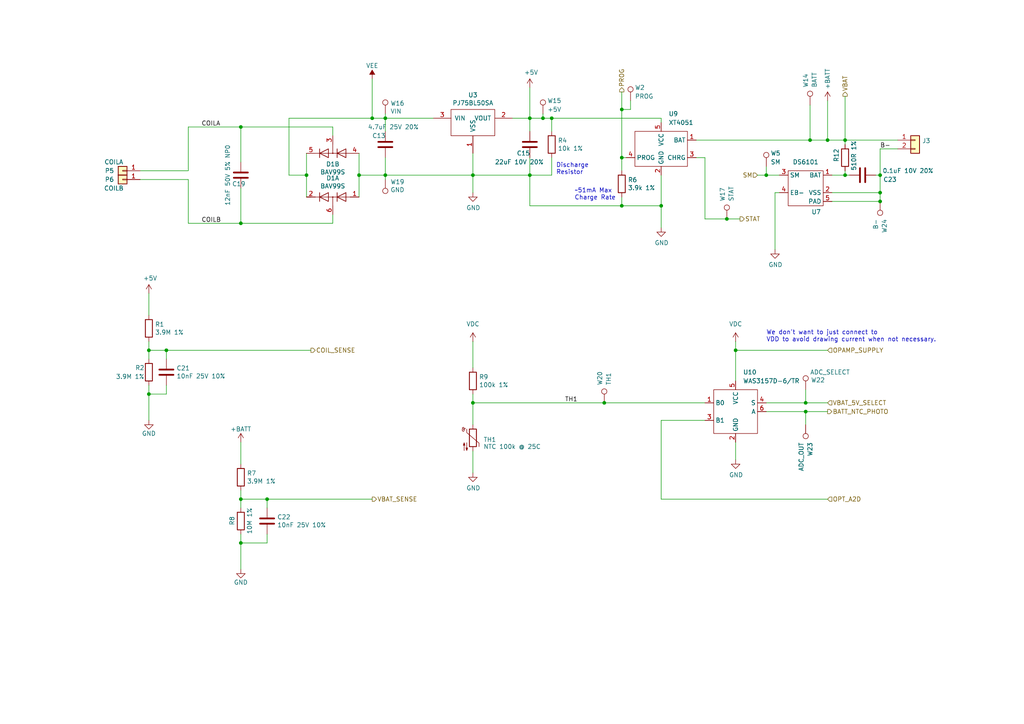
<source format=kicad_sch>
(kicad_sch (version 20250114) (generator "eeschema") (generator_version "9.0")
  (paper "A4")
  (title_block (title "Pixels D6V10 Schematic, Main") (date "2025-10-10") (rev "13") (company "Systemic Games, LLC") (comment 1 "Wireless Charging Circuitry"))
  (lib_symbols
    (symbol "Connector_Generic:Conn_01x01" (pin_names (offset 1.016) (hide yes))
      (property "Reference" "J" (at 0 2.54 0))
      (property "Value" "Conn_01x01" (at 0 -2.54 0))
      (symbol "Conn_01x01_1_1"
        (rectangle (start -1.27 1.27) (end 1.27 -1.27) (stroke (width 0.254)) (fill (type background)))
        (rectangle (start -1.27 0.127) (end 0 -0.127) (stroke (width 0.1524)))
        (pin passive line (at -5.08 0 0) (length 3.81) (name "Pin_1") (number "1"))
      )
    )
    (symbol "Connector_Generic:Conn_01x02" (pin_names (offset 1.016) (hide yes))
      (property "Reference" "J" (at 0 2.54 0))
      (property "Value" "Conn_01x02" (at 0 -5.08 0))
      (symbol "Conn_01x02_1_1"
        (rectangle (start -1.27 1.27) (end 1.27 -3.81) (stroke (width 0.254)) (fill (type background)))
        (rectangle (start -1.27 0.127) (end 0 -0.127) (stroke (width 0.1524)))
        (rectangle (start -1.27 -2.413) (end 0 -2.667) (stroke (width 0.1524)))
        (pin passive line (at -5.08 0 0) (length 3.81) (name "Pin_1") (number "1"))
        (pin passive line (at -5.08 -2.54 0) (length 3.81) (name "Pin_2") (number "2"))
      )
    )
    (symbol "Device:C" (pin_numbers (hide yes)) (pin_names (offset 0.254))
      (property "Reference" "C" (at 0.635 2.54 0))
      (property "Value" "C" (at 0.635 -2.54 0))
      (symbol "C_0_1"
        (polyline (pts (xy -2.032 0.762) (xy 2.032 0.762)) (stroke (width 0.508)))
        (polyline (pts (xy -2.032 -0.762) (xy 2.032 -0.762)) (stroke (width 0.508)))
      )
      (symbol "C_1_1"
        (pin passive line (at 0 3.81 270) (length 2.794) (name "~") (number "1"))
        (pin passive line (at 0 -3.81 90) (length 2.794) (name "~") (number "2"))
      )
    )
    (symbol "Device:R" (pin_numbers (hide yes)) (pin_names (offset 0))
      (property "Reference" "R" (at 2.032 0 90))
      (property "Value" "R" (at 0 0 90))
      (symbol "R_0_1"
        (rectangle (start -1.016 -2.54) (end 1.016 2.54) (stroke (width 0.254)))
      )
      (symbol "R_1_1"
        (pin passive line (at 0 3.81 270) (length 1.27) (name "~") (number "1"))
        (pin passive line (at 0 -3.81 90) (length 1.27) (name "~") (number "2"))
      )
    )
    (symbol "Device:Thermistor_NTC" (pin_numbers (hide yes)) (pin_names (offset 0))
      (property "Reference" "TH" (at -4.445 0 90))
      (property "Value" "Thermistor_NTC" (at 3.175 0 90))
      (symbol "Thermistor_NTC_0_1"
        (arc (start -3.175 2.413) (mid -3.0506 2.3165) (end -3.048 2.159))
        (arc (start -3.048 2.794) (mid -2.9736 2.9736) (end -2.794 3.048))
        (arc (start -2.794 3.048) (mid -2.6144 2.9736) (end -2.54 2.794))
        (arc (start -2.794 2.54) (mid -2.9736 2.6144) (end -3.048 2.794))
        (arc (start -2.794 1.905) (mid -2.9736 1.9794) (end -3.048 2.159))
        (arc (start -2.54 2.159) (mid -2.6144 1.9794) (end -2.794 1.905))
        (arc (start -2.159 2.794) (mid -2.434 2.5608) (end -2.794 2.54))
        (polyline (pts (xy -2.54 2.159) (xy -2.54 2.794)))
        (polyline (pts (xy -2.54 -3.683) (xy -2.54 -1.397) (xy -2.794 -2.159) (xy -2.286 -2.159) (xy -2.54 -1.397) (xy -2.54 -1.651)) (fill (type outline)))
        (polyline (pts (xy -1.778 2.54) (xy -1.778 1.524) (xy 1.778 -1.524) (xy 1.778 -2.54)))
        (polyline (pts (xy -1.778 -1.397) (xy -1.778 -3.683) (xy -2.032 -2.921) (xy -1.524 -2.921) (xy -1.778 -3.683) (xy -1.778 -3.429)) (fill (type outline)))
        (rectangle (start -1.016 2.54) (end 1.016 -2.54) (stroke (width 0.254)))
      )
      (symbol "Thermistor_NTC_1_1"
        (pin passive line (at 0 3.81 270) (length 1.27) (name "~") (number "1"))
        (pin passive line (at 0 -3.81 90) (length 1.27) (name "~") (number "2"))
      )
    )
    (symbol "Pixels-dice:BAV99S-diode" (pin_names (offset 0.0254) (hide yes))
      (property "Reference" "D" (at 0 2.54 0))
      (property "Value" "BAV99S-diode" (at 0 5.08 0))
      (symbol "BAV99S-diode_0_1"
        (polyline (pts (xy -5.08 0) (xy 5.08 0)))
        (polyline (pts (xy -3.81 1.27) (xy -1.27 0) (xy -3.81 -1.27) (xy -3.81 1.27) (xy -3.81 1.27) (xy -3.81 1.27)) (stroke (width 0.2032)))
        (polyline (pts (xy -1.27 -1.27) (xy -1.27 1.27) (xy -1.27 1.27)) (stroke (width 0.2032)))
        (polyline (pts (xy 0 0) (xy 0 -2.54)))
        (circle (center 0 0) (radius 0.127))
        (polyline (pts (xy 1.27 1.27) (xy 3.81 0) (xy 1.27 -1.27) (xy 1.27 1.27) (xy 1.27 1.27) (xy 1.27 1.27)) (stroke (width 0.2032)))
        (polyline (pts (xy 3.81 1.27) (xy 3.81 -1.27) (xy 3.81 -1.27)) (stroke (width 0.2032)))
      )
      (symbol "BAV99S-diode_1_1"
        (polyline (pts (xy 6.35 0) (xy 7.62 0)))
        (pin passive line (at -7.62 0 0) (length 2.54) (name "A1") (number "1"))
        (pin passive line (at 0 -5.08 90) (length 2.54) (name "K3A4") (number "6"))
        (pin passive line (at 7.62 0 180) (length 2.54) (name "K2") (number "2"))
      )
      (symbol "BAV99S-diode_2_1"
        (polyline (pts (xy 6.35 0) (xy 7.62 0)))
        (pin passive line (at -7.62 0 0) (length 2.54) (name "A3") (number "4"))
        (pin passive line (at 0 -5.08 90) (length 2.54) (name "K1A2") (number "3"))
        (pin passive line (at 7.62 0 180) (length 2.54) (name "K4") (number "5"))
      )
    )
    (symbol "Pixels-dice:DS6101"
      (property "Reference" "U" (at 3.556 -6.35 0))
      (property "Value" "DS6101" (at 0 0 0))
      (symbol "DS6101_0_1"
        (rectangle (start -5.08 5.08) (end 5.08 -5.08))
      )
      (symbol "DS6101_1_1"
        (pin input line (at -7.62 3.81 0) (length 2.54) (name "SM") (number "3"))
        (pin input line (at -7.62 -1.27 0) (length 2.54) (name "EB-") (number "4"))
        (pin power_in line (at 7.62 3.81 180) (length 2.54) (name "BAT") (number "1"))
        (pin power_in line (at 7.62 -1.27 180) (length 2.54) (name "VSS") (number "2"))
        (pin free line (at 7.62 -3.81 180) (length 2.54) (name "PAD") (number "5"))
      )
    )
    (symbol "Pixels-dice:HX6306P502MR" (pin_names (offset 1.016))
      (property "Reference" "U" (at 3.81 -6.35 0))
      (property "Value" "HX6306P502MR" (at 0 3.81 0))
      (symbol "HX6306P502MR_0_1"
        (rectangle (start -6.35 2.54) (end 6.35 -5.08))
      )
      (symbol "HX6306P502MR_1_1"
        (pin power_in line (at -11.43 0 0) (length 5.08) (name "VIN") (number "3"))
        (pin power_in line (at 0 -10.16 90) (length 5.08) (name "VSS") (number "1"))
        (pin power_out line (at 11.43 0 180) (length 5.08) (name "VOUT") (number "2"))
      )
    )
    (symbol "Pixels-dice:TEST_1P-conn" (pin_numbers (hide yes)) (pin_names (offset 0.762) (hide yes))
      (property "Reference" "W" (at 0 6.858 0))
      (property "Value" "TEST_1P-conn" (at 0 5.08 0))
      (symbol "TEST_1P-conn_0_1"
        (circle (center 0 3.302) (radius 0.762))
      )
      (symbol "TEST_1P-conn_1_1"
        (pin passive line (at 0 0 90) (length 2.54) (name "1") (number "1"))
      )
    )
    (symbol "Pixels-dice:WAS3157D-6/TR"
      (property "Reference" "U" (at 3.81 -7.874 0))
      (property "Value" "WAS3157D-6/TR" (at 12.954 7.62 0))
      (symbol "WAS3157D-6/TR_0_1"
        (rectangle (start -6.35 6.35) (end 6.35 -6.35))
      )
      (symbol "WAS3157D-6/TR_1_1"
        (pin bidirectional line (at -8.89 2.54 0) (length 2.54) (name "B0") (number "1"))
        (pin bidirectional line (at -8.89 -2.54 0) (length 2.54) (name "B1") (number "3"))
        (pin power_in line (at 0 8.89 270) (length 2.54) (name "VCC") (number "5"))
        (pin power_in line (at 0 -8.89 90) (length 2.54) (name "GND") (number "2"))
        (pin input line (at 8.89 2.54 180) (length 2.54) (name "S") (number "4"))
        (pin bidirectional line (at 8.89 0 180) (length 2.54) (name "A") (number "6"))
      )
    )
    (symbol "Pixels-dice:XT4051"
      (property "Reference" "U" (at 5.334 -6.35 0))
      (property "Value" "XT4051" (at 0 1.27 0))
      (symbol "XT4051_0_1"
        (rectangle (start -7.62 5.08) (end 7.62 -5.08))
      )
      (symbol "XT4051_1_1"
        (pin input line (at -10.16 -2.54 0) (length 2.54) (name "PROG") (number "4"))
        (pin power_in line (at 0 7.62 270) (length 2.54) (name "VCC") (number "5"))
        (pin power_in line (at 0 -7.62 90) (length 2.54) (name "GND") (number "2"))
        (pin power_out line (at 10.16 2.54 180) (length 2.54) (name "BAT") (number "1"))
        (pin output line (at 10.16 -2.54 180) (length 2.54) (name "CHRG") (number "3"))
      )
    )
    (symbol "power:+5V" (power) (pin_names (offset 0))
      (property "Value" "+5V" (at 0 3.556 0))
      (symbol "+5V_0_1"
        (polyline (pts (xy -0.762 1.27) (xy 0 2.54)))
        (polyline (pts (xy 0 2.54) (xy 0.762 1.27)))
        (polyline (pts (xy 0 0) (xy 0 2.54)))
      )
      (symbol "+5V_1_1"
        (pin power_in line (at 0 0 90) (length 0) (hide yes) (name "+5V") (number "1"))
      )
    )
    (symbol "power:+BATT" (power) (pin_names (offset 0))
      (property "Value" "+BATT" (at 0 3.556 0))
      (symbol "+BATT_0_1"
        (polyline (pts (xy -0.762 1.27) (xy 0 2.54)))
        (polyline (pts (xy 0 2.54) (xy 0.762 1.27)))
        (polyline (pts (xy 0 0) (xy 0 2.54)))
      )
      (symbol "+BATT_1_1"
        (pin power_in line (at 0 0 90) (length 0) (hide yes) (name "+BATT") (number "1"))
      )
    )
    (symbol "power:GND" (power) (pin_names (offset 0))
      (property "Value" "GND" (at 0 -3.81 0))
      (symbol "GND_0_1"
        (polyline (pts (xy 0 0) (xy 0 -1.27) (xy 1.27 -1.27) (xy 0 -2.54) (xy -1.27 -1.27) (xy 0 -1.27)))
      )
      (symbol "GND_1_1"
        (pin power_in line (at 0 0 270) (length 0) (hide yes) (name "GND") (number "1"))
      )
    )
    (symbol "power:VDC" (power) (pin_numbers (hide yes)) (pin_names (offset 0) (hide yes))
      (property "Value" "VDC" (at 0 3.556 0))
      (symbol "VDC_0_1"
        (polyline (pts (xy -0.762 1.27) (xy 0 2.54)))
        (polyline (pts (xy 0 2.54) (xy 0.762 1.27)))
        (polyline (pts (xy 0 0) (xy 0 2.54)))
      )
      (symbol "VDC_1_1"
        (pin power_in line (at 0 0 90) (length 0) (name "~") (number "1"))
      )
    )
    (symbol "power:VEE" (power) (pin_names (offset 0))
      (property "Value" "VEE" (at 0 3.81 0))
      (symbol "VEE_0_1"
        (polyline (pts (xy 0 0) (xy 0 2.54)))
        (polyline (pts (xy 0.762 1.27) (xy -0.762 1.27) (xy 0 2.54) (xy 0.762 1.27)) (fill (type outline)))
      )
      (symbol "VEE_1_1"
        (pin power_in line (at 0 0 90) (length 0) (hide yes) (name "VEE") (number "1"))
      )
    )
  )
  (text "We don't want to just connect to\nVDD to avoid drawing current when not necessary." (at 222.25 99.314 0) (effects (font (size 1.27 1.27)) (justify left bottom)))
  (text "~51mA Max\nCharge Rate" (at 166.624 58.166 0) (effects (font (size 1.27 1.27)) (justify left bottom)))
  (text "Discharge\nResistor" (at 161.29 50.8 0) (effects (font (size 1.27 1.27)) (justify left bottom)))
  (junction (at 245.11 50.8))
  (junction (at 88.9 50.8))
  (junction (at 180.34 59.69))
  (junction (at 245.11 40.64))
  (junction (at 43.18 101.6))
  (junction (at 43.18 114.3))
  (junction (at 191.77 59.69))
  (junction (at 77.47 144.78))
  (junction (at 160.02 34.29))
  (junction (at 153.67 50.8))
  (junction (at 240.03 40.64))
  (junction (at 137.16 50.8))
  (junction (at 111.76 50.8))
  (junction (at 69.85 36.83))
  (junction (at 180.34 31.75))
  (junction (at 137.16 116.84))
  (junction (at 175.26 116.84))
  (junction (at 111.76 34.29))
  (junction (at 222.25 50.8))
  (junction (at 180.34 45.72))
  (junction (at 233.68 119.38))
  (junction (at 233.68 116.84))
  (junction (at 69.85 157.48))
  (junction (at 48.26 101.6))
  (junction (at 234.95 40.64))
  (junction (at 255.27 58.42))
  (junction (at 153.67 34.29))
  (junction (at 69.85 64.77))
  (junction (at 213.36 101.6))
  (junction (at 157.48 34.29))
  (junction (at 69.85 144.78))
  (junction (at 104.14 50.8))
  (junction (at 210.82 63.5))
  (junction (at 107.95 34.29))
  (junction (at 255.27 50.8))
  (junction (at 255.27 55.88))
  (wire (pts (xy 160.02 45.72) (xy 160.02 50.8)))
  (wire (pts (xy 153.67 59.69) (xy 180.34 59.69)))
  (wire (pts (xy 213.36 101.6) (xy 213.36 110.49)))
  (wire (pts (xy 233.68 119.38) (xy 240.03 119.38)))
  (wire (pts (xy 69.85 64.77) (xy 54.61 64.77)))
  (wire (pts (xy 234.95 40.64) (xy 240.03 40.64)))
  (wire (pts (xy 77.47 157.48) (xy 69.85 157.48)))
  (wire (pts (xy 43.18 111.76) (xy 43.18 114.3)))
  (wire (pts (xy 191.77 144.78) (xy 240.03 144.78)))
  (wire (pts (xy 153.67 50.8) (xy 153.67 59.69)))
  (wire (pts (xy 222.25 116.84) (xy 233.68 116.84)))
  (wire (pts (xy 111.76 34.29) (xy 125.73 34.29)))
  (wire (pts (xy 157.48 33.02) (xy 157.48 34.29)))
  (wire (pts (xy 204.47 63.5) (xy 210.82 63.5)))
  (wire (pts (xy 43.18 91.44) (xy 43.18 85.09)))
  (wire (pts (xy 69.85 36.83) (xy 54.61 36.83)))
  (wire (pts (xy 160.02 34.29) (xy 160.02 38.1)))
  (wire (pts (xy 245.11 27.94) (xy 245.11 40.64)))
  (wire (pts (xy 153.67 25.4) (xy 153.67 34.29)))
  (wire (pts (xy 245.11 40.64) (xy 240.03 40.64)))
  (wire (pts (xy 54.61 64.77) (xy 54.61 52.07)))
  (wire (pts (xy 180.34 59.69) (xy 191.77 59.69)))
  (wire (pts (xy 88.9 44.45) (xy 88.9 50.8)))
  (wire (pts (xy 153.67 50.8) (xy 153.67 45.72)))
  (wire (pts (xy 40.64 49.53) (xy 54.61 49.53)))
  (wire (pts (xy 234.95 30.48) (xy 234.95 40.64)))
  (wire (pts (xy 204.47 45.72) (xy 204.47 63.5)))
  (wire (pts (xy 43.18 99.06) (xy 43.18 101.6)))
  (wire (pts (xy 43.18 114.3) (xy 43.18 121.92)))
  (wire (pts (xy 255.27 43.18) (xy 260.35 43.18)))
  (wire (pts (xy 222.25 50.8) (xy 226.06 50.8)))
  (wire (pts (xy 43.18 104.14) (xy 43.18 101.6)))
  (wire (pts (xy 137.16 99.06) (xy 137.16 106.68)))
  (wire (pts (xy 54.61 36.83) (xy 54.61 49.53)))
  (wire (pts (xy 88.9 50.8) (xy 88.9 57.15)))
  (wire (pts (xy 157.48 34.29) (xy 160.02 34.29)))
  (wire (pts (xy 104.14 44.45) (xy 104.14 50.8)))
  (wire (pts (xy 137.16 50.8) (xy 153.67 50.8)))
  (wire (pts (xy 104.14 50.8) (xy 104.14 57.15)))
  (wire (pts (xy 160.02 34.29) (xy 191.77 34.29)))
  (wire (pts (xy 111.76 33.02) (xy 111.76 34.29)))
  (wire (pts (xy 77.47 144.78) (xy 69.85 144.78)))
  (wire (pts (xy 240.03 101.6) (xy 213.36 101.6)))
  (wire (pts (xy 182.88 31.75) (xy 180.34 31.75)))
  (wire (pts (xy 77.47 154.94) (xy 77.47 157.48)))
  (wire (pts (xy 48.26 111.76) (xy 48.26 114.3)))
  (wire (pts (xy 137.16 116.84) (xy 175.26 116.84)))
  (wire (pts (xy 222.25 119.38) (xy 233.68 119.38)))
  (wire (pts (xy 233.68 119.38) (xy 233.68 123.19)))
  (wire (pts (xy 241.3 58.42) (xy 255.27 58.42)))
  (wire (pts (xy 43.18 101.6) (xy 48.26 101.6)))
  (wire (pts (xy 255.27 55.88) (xy 241.3 55.88)))
  (wire (pts (xy 255.27 50.8) (xy 255.27 55.88)))
  (wire (pts (xy 137.16 114.3) (xy 137.16 116.84)))
  (wire (pts (xy 224.79 55.88) (xy 226.06 55.88)))
  (wire (pts (xy 245.11 50.8) (xy 241.3 50.8)))
  (wire (pts (xy 222.25 48.26) (xy 222.25 50.8)))
  (wire (pts (xy 96.52 62.23) (xy 96.52 64.77)))
  (wire (pts (xy 255.27 58.42) (xy 255.27 55.88)))
  (wire (pts (xy 111.76 34.29) (xy 111.76 38.1)))
  (wire (pts (xy 182.88 29.21) (xy 182.88 31.75)))
  (wire (pts (xy 137.16 50.8) (xy 137.16 55.88)))
  (wire (pts (xy 204.47 45.72) (xy 201.93 45.72)))
  (wire (pts (xy 233.68 116.84) (xy 240.03 116.84)))
  (wire (pts (xy 148.59 34.29) (xy 153.67 34.29)))
  (wire (pts (xy 137.16 130.81) (xy 137.16 137.16)))
  (wire (pts (xy 213.36 99.06) (xy 213.36 101.6)))
  (wire (pts (xy 180.34 31.75) (xy 180.34 45.72)))
  (wire (pts (xy 69.85 144.78) (xy 69.85 147.32)))
  (wire (pts (xy 245.11 40.64) (xy 245.11 41.91)))
  (wire (pts (xy 69.85 128.27) (xy 69.85 134.62)))
  (wire (pts (xy 69.85 154.94) (xy 69.85 157.48)))
  (wire (pts (xy 77.47 144.78) (xy 107.95 144.78)))
  (wire (pts (xy 175.26 116.84) (xy 204.47 116.84)))
  (wire (pts (xy 40.64 52.07) (xy 54.61 52.07)))
  (wire (pts (xy 240.03 29.21) (xy 240.03 40.64)))
  (wire (pts (xy 48.26 101.6) (xy 90.17 101.6)))
  (wire (pts (xy 69.85 54.61) (xy 69.85 64.77)))
  (wire (pts (xy 224.79 55.88) (xy 224.79 72.39)))
  (wire (pts (xy 111.76 50.8) (xy 104.14 50.8)))
  (wire (pts (xy 219.71 50.8) (xy 222.25 50.8)))
  (wire (pts (xy 191.77 35.56) (xy 191.77 34.29)))
  (wire (pts (xy 48.26 104.14) (xy 48.26 101.6)))
  (wire (pts (xy 191.77 50.8) (xy 191.77 59.69)))
  (wire (pts (xy 180.34 26.67) (xy 180.34 31.75)))
  (wire (pts (xy 213.36 128.27) (xy 213.36 133.35)))
  (wire (pts (xy 233.68 113.03) (xy 233.68 116.84)))
  (wire (pts (xy 210.82 63.5) (xy 214.63 63.5)))
  (wire (pts (xy 153.67 34.29) (xy 153.67 38.1)))
  (wire (pts (xy 83.82 34.29) (xy 107.95 34.29)))
  (wire (pts (xy 137.16 44.45) (xy 137.16 50.8)))
  (wire (pts (xy 255.27 43.18) (xy 255.27 50.8)))
  (wire (pts (xy 69.85 36.83) (xy 96.52 36.83)))
  (wire (pts (xy 88.9 50.8) (xy 83.82 50.8)))
  (wire (pts (xy 77.47 144.78) (xy 77.47 147.32)))
  (wire (pts (xy 48.26 114.3) (xy 43.18 114.3)))
  (wire (pts (xy 181.61 45.72) (xy 180.34 45.72)))
  (wire (pts (xy 245.11 49.53) (xy 245.11 50.8)))
  (wire (pts (xy 111.76 52.07) (xy 111.76 50.8)))
  (wire (pts (xy 160.02 50.8) (xy 153.67 50.8)))
  (wire (pts (xy 69.85 142.24) (xy 69.85 144.78)))
  (wire (pts (xy 254 50.8) (xy 255.27 50.8)))
  (wire (pts (xy 153.67 34.29) (xy 157.48 34.29)))
  (wire (pts (xy 245.11 40.64) (xy 260.35 40.64)))
  (wire (pts (xy 191.77 144.78) (xy 191.77 121.92)))
  (wire (pts (xy 201.93 40.64) (xy 234.95 40.64)))
  (wire (pts (xy 83.82 50.8) (xy 83.82 34.29)))
  (wire (pts (xy 180.34 57.15) (xy 180.34 59.69)))
  (wire (pts (xy 69.85 157.48) (xy 69.85 165.1)))
  (wire (pts (xy 107.95 22.86) (xy 107.95 34.29)))
  (wire (pts (xy 111.76 45.72) (xy 111.76 50.8)))
  (wire (pts (xy 191.77 121.92) (xy 204.47 121.92)))
  (wire (pts (xy 111.76 50.8) (xy 137.16 50.8)))
  (wire (pts (xy 96.52 39.37) (xy 96.52 36.83)))
  (wire (pts (xy 180.34 45.72) (xy 180.34 49.53)))
  (wire (pts (xy 69.85 46.99) (xy 69.85 36.83)))
  (wire (pts (xy 191.77 59.69) (xy 191.77 66.04)))
  (wire (pts (xy 107.95 34.29) (xy 111.76 34.29)))
  (wire (pts (xy 245.11 50.8) (xy 246.38 50.8)))
  (wire (pts (xy 137.16 116.84) (xy 137.16 123.19)))
  (wire (pts (xy 69.85 64.77) (xy 96.52 64.77)))
  (label "COILB" (at 58.42 64.77 0))
  (label "B-" (at 255.27 43.18 0))
  (label "TH1" (at 163.83 116.84 0))
  (label "COILA" (at 58.42 36.83 0))
  (hierarchical_label "SM" (shape input) (at 219.71 50.8 180))
  (hierarchical_label "PROG" (shape output) (at 180.34 26.67 90))
  (hierarchical_label "VBAT_5V_SELECT" (shape input) (at 240.03 116.84 0))
  (hierarchical_label "VBAT" (shape output) (at 245.11 27.94 90))
  (hierarchical_label "OPT_A2D" (shape input) (at 240.03 144.78 0))
  (hierarchical_label "VBAT_SENSE" (shape output) (at 107.95 144.78 0))
  (hierarchical_label "COIL_SENSE" (shape output) (at 90.17 101.6 0))
  (hierarchical_label "STAT" (shape output) (at 214.63 63.5 0))
  (hierarchical_label "BATT_NTC_PHOTO" (shape output) (at 240.03 119.38 0))
  (hierarchical_label "OPAMP_SUPPLY" (shape input) (at 240.03 101.6 0))
  (symbol (lib_id "power:GND") (at 224.79 72.39 0) (unit 1)
    (property "Reference" "#PWR052" (effects (hide yes)))
    (property "Value" "GND" (at 224.917 76.7842 0))
  )
  (symbol (lib_id "Pixels-dice:TEST_1P-conn") (at 233.68 123.19 180) (unit 1) (in_bom no)
    (property "Reference" "W23" (at 234.95 128.27 90) (effects (justify left)))
    (property "Value" "ADC_OUT" (at 232.41 128.27 90) (effects (justify left)))
    (property "Footprint" "Pixels-dice:TEST_PIN" (effects (hide yes)))
    (property "Generic OK" "N/A" (effects (hide yes)))
  )
  (symbol (lib_id "Device:C") (at 111.76 41.91 0) (unit 1)
    (property "Reference" "C13" (at 107.95 39.37 0) (effects (justify left)))
    (property "Value" "4.7uF 25V 20%" (at 106.68 36.83 0) (effects (justify left)))
    (property "Footprint" "Capacitor_SMD:C_0402_1005Metric" (effects (hide yes)))
    (property "Generic OK" "YES" (effects (hide yes)))
    (property "Manufacturer" "HRE" (effects (hide yes)))
    (property "Part Number" "CGA0402X5R475M250GT" (effects (hide yes)))
    (property "LCSC Part #" "C6119795" (effects (hide yes)))
  )
  (symbol (lib_id "Device:R") (at 137.16 110.49 0) (unit 1)
    (property "Reference" "R9" (at 138.938 109.3216 0) (effects (justify left)))
    (property "Value" "100k 1%" (at 138.938 111.633 0) (effects (justify left)))
    (property "Footprint" "Resistor_SMD:R_0201_0603Metric" (effects (hide yes)))
    (property "Generic OK" "YES" (effects (hide yes)))
    (property "Manufacturer" "UNI-ROYAL(Uniroyal Elec)" (effects (hide yes)))
    (property "Part Number" "0201WMF1003TEE" (effects (hide yes)))
    (property "LCSC Part #" "C270364" (effects (hide yes)))
  )
  (symbol (lib_id "Pixels-dice:TEST_1P-conn") (at 111.76 33.02 0) (unit 1) (in_bom no)
    (property "Reference" "W16" (at 113.2332 29.972 0) (effects (justify left)))
    (property "Value" "VIN" (at 113.2332 32.2834 0) (effects (justify left)))
    (property "Footprint" "Pixels-dice:TEST_PIN" (effects (hide yes)))
    (property "Generic OK" "N/A" (effects (hide yes)))
  )
  (symbol (lib_id "Device:R") (at 160.02 41.91 0) (unit 1)
    (property "Reference" "R4" (at 161.798 40.7416 0) (effects (justify left)))
    (property "Value" "10k 1%" (at 161.798 43.053 0) (effects (justify left)))
    (property "Footprint" "Resistor_SMD:R_0201_0603Metric" (effects (hide yes)))
    (property "Generic OK" "YES" (effects (hide yes)))
    (property "Manufacturer" "UNI-ROYAL(Uniroyal Elec)" (effects (hide yes)))
    (property "Part Number" "0201WMF1002TEE" (effects (hide yes)))
    (property "LCSC Part #" "C473048" (effects (hide yes)))
  )
  (symbol (lib_id "Device:Thermistor_NTC") (at 137.16 127 0) (unit 1)
    (property "Reference" "TH1" (at 140.208 127.508 0) (effects (justify left)))
    (property "Value" "NTC 100k @ 25C" (at 140.208 129.54 0) (effects (justify left)))
    (property "Footprint" "Pixels-dice:R_0402_1005Metric" (effects (hide yes)))
    (property "Generic OK" "NO" (effects (hide yes)))
    (property "Manufacturer" "TDK" (effects (hide yes)))
    (property "Part Number" "NTCG104EF104FT1X" (effects (hide yes)))
    (property "LCSC Part #" "C107344" (effects (hide yes)))
  )
  (symbol (lib_id "power:VEE") (at 107.95 22.86 0) (unit 1)
    (property "Reference" "#PWR032" (effects (hide yes)))
    (property "Value" "VEE" (at 107.95 19.05 0))
  )
  (symbol (lib_id "power:+5V") (at 43.18 85.09 0) (unit 1)
    (property "Reference" "#PWR057" (effects (hide yes)))
    (property "Value" "+5V" (at 43.561 80.6958 0))
  )
  (symbol (lib_id "Device:C") (at 69.85 50.8 0) (unit 1)
    (property "Reference" "C19" (at 67.31 53.34 0) (effects (justify left)))
    (property "Value" "12nF 50V 5% NP0" (at 66.04 59.69 90) (effects (justify left)))
    (property "Footprint" "Capacitor_SMD:C_0805_2012Metric" (effects (hide yes)))
    (property "Generic OK" "NO" (effects (hide yes)))
    (property "Manufacturer" "Murata" (effects (hide yes)))
    (property "Part Number" "GRM2195C1H123JA01D" (effects (hide yes)))
    (property "LCSC Part #" "C97906" (effects (hide yes)))
  )
  (symbol (lib_id "Device:C") (at 250.19 50.8 90) (unit 1)
    (property "Reference" "C23" (at 260.096 52.07 90) (effects (justify left)))
    (property "Value" "0.1uF 10V 20%" (at 270.764 49.53 90) (effects (justify left)))
    (property "Footprint" "Capacitor_SMD:C_0201_0603Metric" (effects (hide yes)))
    (property "Generic OK" "YES" (effects (hide yes)))
    (property "Manufacturer" "HRE" (effects (hide yes)))
    (property "Part Number" "CGA0201X5R104K100ET" (effects (hide yes)))
    (property "LCSC Part #" "C6119757" (effects (hide yes)))
  )
  (symbol (lib_id "Device:R") (at 180.34 53.34 0) (unit 1)
    (property "Reference" "R6" (at 182.118 52.1716 0) (effects (justify left)))
    (property "Value" "3.9k 1%" (at 182.118 54.483 0) (effects (justify left)))
    (property "Footprint" "Resistor_SMD:R_0201_0603Metric" (effects (hide yes)))
    (property "Generic OK" "YES" (effects (hide yes)))
    (property "Manufacturer" "UNI-ROYAL(Uniroyal Elec)" (effects (hide yes)))
    (property "Part Number" "0201WMF3651TEE" (effects (hide yes)))
    (property "LCSC Part #" "C516477" (effects (hide yes)))
  )
  (symbol (lib_id "Pixels-dice:TEST_1P-conn") (at 255.27 58.42 180) (unit 1) (in_bom no)
    (property "Reference" "W24" (at 256.54 63.5 90) (effects (justify left)))
    (property "Value" "B-" (at 254 63.5 90) (effects (justify left)))
    (property "Footprint" "Pixels-dice:TEST_PIN" (effects (hide yes)))
    (property "Generic OK" "N/A" (effects (hide yes)))
  )
  (symbol (lib_id "Device:R") (at 69.85 138.43 0) (unit 1)
    (property "Reference" "R7" (at 71.628 137.2616 0) (effects (justify left)))
    (property "Value" "3.9M 1%" (at 71.628 139.573 0) (effects (justify left)))
    (property "Footprint" "Resistor_SMD:R_0201_0603Metric" (effects (hide yes)))
    (property "Generic OK" "YES" (effects (hide yes)))
    (property "Manufacturer" "UNI-ROYAL(Uniroyal Elec)" (effects (hide yes)))
    (property "Part Number" "0201WMF3904TEE" (effects (hide yes)))
    (property "Alternate Manufacturer" "RALEC" (effects (hide yes)))
    (property "Alternate PN" "RTT013904FTH" (effects (hide yes)))
    (property "Alternate LCSC Part #" "C166210" (effects (hide yes)))
    (property "LCSC Part #" "C423545" (effects (hide yes)))
  )
  (symbol (lib_id "power:+BATT") (at 69.85 128.27 0) (unit 1)
    (property "Reference" "#PWR058" (effects (hide yes)))
    (property "Value" "+BATT" (at 69.85 124.46 0))
  )
  (symbol (lib_id "Device:R") (at 69.85 151.13 0) (unit 1)
    (property "Reference" "R8" (at 67.31 152.4 90) (effects (justify left)))
    (property "Value" "10M 1%" (at 72.39 154.94 90) (effects (justify left)))
    (property "Footprint" "Resistor_SMD:R_0201_0603Metric" (effects (hide yes)))
    (property "Generic OK" "YES" (effects (hide yes)))
    (property "Manufacturer" "UNI-ROYAL(Uniroyal Elec)" (effects (hide yes)))
    (property "Part Number" "0201WMF1005TEE" (effects (hide yes)))
    (property "LCSC Part #" "C423797" (effects (hide yes)))
  )
  (symbol (lib_id "power:VDC") (at 213.36 99.06 0) (unit 1)
    (property "Reference" "#PWR013" (effects (hide yes)))
    (property "Value" "VDC" (at 213.36 93.98 0))
    (property "Description" "Power symbol creates a global label with name \"VDC\"" (effects (hide yes)))
  )
  (symbol (lib_id "Pixels-dice:HX6306P502MR") (at 137.16 34.29 0) (unit 1)
    (property "Reference" "U3" (at 137.16 27.559 0))
    (property "Value" "PJ75BL50SA" (at 137.16 29.8704 0))
    (property "Footprint" "Pixels-dice:SOT-23" (effects (hide yes)))
    (property "Manufacturer" "PJSEMI" (effects (hide yes)))
    (property "Manufacturer Part Number" "PJ75BL50SA" (effects (hide yes)))
    (property "Generic OK" "NO" (effects (hide yes)))
  )
  (symbol (lib_id "Device:R") (at 43.18 95.25 0) (unit 1)
    (property "Reference" "R1" (at 44.958 94.0816 0) (effects (justify left)))
    (property "Value" "3.9M 1%" (at 44.958 96.393 0) (effects (justify left)))
    (property "Footprint" "Resistor_SMD:R_0201_0603Metric" (effects (hide yes)))
    (property "Generic OK" "YES" (effects (hide yes)))
    (property "Manufacturer" "UNI-ROYAL(Uniroyal Elec)" (effects (hide yes)))
    (property "Part Number" "0201WMF3904TEE" (effects (hide yes)))
    (property "Alternate Manufacturer" "RALEC" (effects (hide yes)))
    (property "Alternate PN" "RTT013904FTH" (effects (hide yes)))
    (property "Alternate LCSC Part #" "C166210" (effects (hide yes)))
    (property "LCSC Part #" "C423545" (effects (hide yes)))
  )
  (symbol (lib_id "Device:R") (at 43.18 107.95 180) (unit 1)
    (property "Reference" "R2" (at 41.91 106.68 0) (effects (justify left)))
    (property "Value" "3.9M 1%" (at 41.91 109.22 0) (effects (justify left)))
    (property "Footprint" "Resistor_SMD:R_0201_0603Metric" (effects (hide yes)))
    (property "Generic OK" "YES" (effects (hide yes)))
    (property "Manufacturer" "UNI-ROYAL(Uniroyal Elec)" (effects (hide yes)))
    (property "Part Number" "0201WMF3904TEE" (effects (hide yes)))
    (property "Alternate Manufacturer" "RALEC" (effects (hide yes)))
    (property "Alternate PN" "RTT013904FTH" (effects (hide yes)))
    (property "Alternate LCSC Part #" "C166210" (effects (hide yes)))
    (property "LCSC Part #" "C423545" (effects (hide yes)))
  )
  (symbol (lib_id "power:GND") (at 69.85 165.1 0) (unit 1)
    (property "Reference" "#PWR060" (effects (hide yes)))
    (property "Value" "GND" (at 69.85 168.91 0))
  )
  (symbol (lib_id "power:+5V") (at 153.67 25.4 0) (unit 1)
    (property "Reference" "#PWR040" (effects (hide yes)))
    (property "Value" "+5V" (at 154.051 21.0058 0))
  )
  (symbol (lib_id "Device:C") (at 77.47 151.13 0) (unit 1)
    (property "Reference" "C22" (at 80.391 149.9616 0) (effects (justify left)))
    (property "Value" "10nF 25V 10%" (at 80.391 152.273 0) (effects (justify left)))
    (property "Footprint" "Capacitor_SMD:C_0201_0603Metric" (effects (hide yes)))
    (property "Generic OK" "YES" (effects (hide yes)))
    (property "Manufacturer" "HRE" (effects (hide yes)))
    (property "Part Number" "CGA0201X5R103K250ET" (effects (hide yes)))
    (property "Alternate Manufacturer" "Murata Electronics" (effects (hide yes)))
    (property "Alternate PN" "GRM033R71A103KA01D" (effects (hide yes)))
    (property "Alternate LCSC Part #" "C76941" (effects (hide yes)))
    (property "LCSC Part #" "C7503521" (effects (hide yes)))
  )
  (symbol (lib_id "Pixels-dice:TEST_1P-conn") (at 210.82 63.5 0) (unit 1) (in_bom no)
    (property "Reference" "W17" (at 209.55 58.42 90) (effects (justify left)))
    (property "Value" "STAT" (at 212.09 58.42 90) (effects (justify left)))
    (property "Footprint" "Pixels-dice:TEST_PIN" (effects (hide yes)))
    (property "Generic OK" "N/A" (effects (hide yes)))
  )
  (symbol (lib_id "Pixels-dice:TEST_1P-conn") (at 233.68 113.03 0) (unit 1) (in_bom no)
    (property "Reference" "W22" (at 235.204 110.236 0) (effects (justify left)))
    (property "Value" "ADC_SELECT" (at 234.95 107.95 0) (effects (justify left)))
    (property "Footprint" "Pixels-dice:TEST_PIN" (effects (hide yes)))
    (property "Generic OK" "N/A" (effects (hide yes)))
  )
  (symbol (lib_id "Device:R") (at 245.11 45.72 0) (unit 1)
    (property "Reference" "R12" (at 242.57 46.99 90) (effects (justify left)))
    (property "Value" "510R 1%" (at 247.65 49.53 90) (effects (justify left)))
    (property "Footprint" "Resistor_SMD:R_0201_0603Metric" (effects (hide yes)))
    (property "Generic OK" "YES" (effects (hide yes)))
    (property "Manufacturer" "UNI-ROYAL(Uniroyal Elec)" (effects (hide yes)))
    (property "Part Number" "NQ01WMJ0511TEE" (effects (hide yes)))
    (property "LCSC Part #" "C965307" (effects (hide yes)))
  )
  (symbol (lib_id "power:GND") (at 191.77 66.04 0) (unit 1)
    (property "Reference" "#PWR051" (effects (hide yes)))
    (property "Value" "GND" (at 191.897 70.4342 0))
  )
  (symbol (lib_id "power:GND") (at 137.16 55.88 0) (unit 1)
    (property "Reference" "#PWR050" (effects (hide yes)))
    (property "Value" "GND" (at 137.287 60.2742 0))
  )
  (symbol (lib_id "power:+BATT") (at 240.03 29.21 0) (unit 1)
    (property "Reference" "#PWR041" (effects (hide yes)))
    (property "Value" "+BATT" (at 240.03 22.86 90))
  )
  (symbol (lib_id "Connector_Generic:Conn_01x02") (at 265.43 40.64 0) (unit 1) (in_bom no)
    (property "Reference" "J3" (at 267.462 40.8432 0) (effects (justify left)))
    (property "Value" "Conn_01x02" (effects (hide yes)))
    (property "Footprint" "Pixels-dice:Hongjie 10100 Solder Tabs" (effects (hide yes)))
    (property "Generic OK" "N/A" (effects (hide yes)))
  )
  (symbol (lib_id "Pixels-dice:WAS3157D-6/TR") (at 213.36 119.38 0) (unit 1)
    (property "Reference" "U10" (at 215.5033 107.95 0) (effects (justify left)))
    (property "Value" "WAS3157D-6/TR" (at 215.5033 110.49 0) (effects (justify left)))
    (property "Footprint" "Pixels-dice:DFN1109-6" (effects (hide yes)))
    (property "Manufacturer" "WILLSEMI(Will Semicon)" (effects (hide yes)))
    (property "Part Number" "WAS3157D-6/TR" (effects (hide yes)))
    (property "LCSC Part #" "C2939860" (effects (hide yes)))
  )
  (symbol (lib_id "Pixels-dice:XT4051") (at 191.77 43.18 0) (unit 1)
    (property "Reference" "U9" (at 193.9133 33.02 0) (effects (justify left)))
    (property "Value" "XT4051" (at 193.9133 35.56 0) (effects (justify left)))
    (property "Footprint" "Package_TO_SOT_SMD:SOT-553" (effects (hide yes)))
    (property "Manufacturer" "NATLINEAR" (effects (hide yes)))
    (property "Part Number" "XT4051K421KR-G" (effects (hide yes)))
    (property "LCSC Part #" "C219186" (effects (hide yes)))
  )
  (symbol (lib_id "Device:C") (at 153.67 41.91 0) (unit 1)
    (property "Reference" "C15" (at 149.86 44.45 0) (effects (justify left)))
    (property "Value" "22uF 10V 20%" (at 143.51 46.99 0) (effects (justify left)))
    (property "Footprint" "Capacitor_SMD:C_0603_1608Metric" (effects (hide yes)))
    (property "Generic OK" "YES" (effects (hide yes)))
    (property "Manufacturer" "HRE" (effects (hide yes)))
    (property "Part Number" "CGA0603X5R226M100JT" (effects (hide yes)))
    (property "LCSC Part #" "C6119863" (effects (hide yes)))
  )
  (symbol (lib_id "power:VDC") (at 137.16 99.06 0) (unit 1)
    (property "Reference" "#PWR039" (effects (hide yes)))
    (property "Value" "VDC" (at 137.16 93.98 0))
    (property "Description" "Power symbol creates a global label with name \"VDC\"" (effects (hide yes)))
  )
  (symbol (lib_id "Pixels-dice:TEST_1P-conn") (at 111.76 52.07 180) (unit 1) (in_bom no)
    (property "Reference" "W19" (at 113.2332 52.7558 0) (effects (justify right)))
    (property "Value" "GND" (at 113.2332 55.0672 0) (effects (justify right)))
    (property "Footprint" "Pixels-dice:TEST_PIN" (effects (hide yes)))
    (property "Generic OK" "N/A" (effects (hide yes)))
  )
  (symbol (lib_id "Pixels-dice:TEST_1P-conn") (at 234.95 30.48 0) (unit 1) (in_bom no)
    (property "Reference" "W14" (at 233.68 25.4 90) (effects (justify left)))
    (property "Value" "BATT" (at 236.22 25.4 90) (effects (justify left)))
    (property "Footprint" "Pixels-dice:TEST_PIN" (effects (hide yes)))
    (property "Generic OK" "N/A" (effects (hide yes)))
  )
  (symbol (lib_id "Connector_Generic:Conn_01x01") (at 35.56 52.07 180) (unit 1) (in_bom no)
    (property "Reference" "P6" (at 31.75 52.07 0))
    (property "Value" "COILB" (at 33.02 54.61 0))
    (property "Footprint" "Pixels-dice:TestPoint_THTPad_D1.5mm_Drill0.7mm_nosilk" (effects (hide yes)))
    (property "Generic OK" "N/A" (effects (hide yes)))
  )
  (symbol (lib_id "Connector_Generic:Conn_01x01") (at 35.56 49.53 180) (unit 1) (in_bom no)
    (property "Reference" "P5" (at 31.75 49.53 0))
    (property "Value" "COILA" (at 33.02 46.99 0))
    (property "Footprint" "Pixels-dice:TestPoint_THTPad_D1.5mm_Drill0.7mm_nosilk" (effects (hide yes)))
    (property "Generic OK" "N/A" (effects (hide yes)))
  )
  (symbol (lib_id "Pixels-dice:TEST_1P-conn") (at 157.48 33.02 0) (unit 1) (in_bom no)
    (property "Reference" "W15" (at 158.75 29.21 0) (effects (justify left)))
    (property "Value" "+5V" (at 158.75 31.75 0) (effects (justify left)))
    (property "Footprint" "Pixels-dice:TEST_PIN" (effects (hide yes)))
    (property "Generic OK" "N/A" (effects (hide yes)))
  )
  (symbol (lib_id "Pixels-dice:TEST_1P-conn") (at 175.26 116.84 0) (unit 1) (in_bom no)
    (property "Reference" "W20" (at 173.99 111.76 90) (effects (justify left)))
    (property "Value" "TH1" (at 176.53 111.76 90) (effects (justify left)))
    (property "Footprint" "Pixels-dice:TEST_PIN" (effects (hide yes)))
    (property "Generic OK" "N/A" (effects (hide yes)))
  )
  (symbol (lib_id "Pixels-dice:TEST_1P-conn") (at 222.25 48.26 0) (unit 1) (in_bom no)
    (property "Reference" "W5" (at 223.52 44.45 0) (effects (justify left)))
    (property "Value" "SM" (at 223.52 46.99 0) (effects (justify left)))
    (property "Footprint" "Pixels-dice:TEST_PIN" (effects (hide yes)))
    (property "Generic OK" "N/A" (effects (hide yes)))
  )
  (symbol (lib_id "Pixels-dice:DS6101") (at 233.68 54.61 0) (unit 1)
    (property "Reference" "U7" (at 236.728 61.468 0))
    (property "Value" "DS6101" (at 233.68 46.99 0))
    (property "Footprint" "Package_DFN_QFN:UDFN-4-1EP_1x1mm_P0.65mm_EP0.48x0.48mm" (effects (hide yes)))
    (property "Manufacturer" "DSTECH" (effects (hide yes)))
    (property "Part Number" " DS6101AED4" (effects (hide yes)))
    (property "LCSC Part #" "C7499469" (effects (hide yes)))
  )
  (symbol (lib_id "Pixels-dice:TEST_1P-conn") (at 182.88 29.21 0) (unit 1) (in_bom no)
    (property "Reference" "W2" (at 184.15 25.4 0) (effects (justify left)))
    (property "Value" "PROG" (at 184.15 27.94 0) (effects (justify left)))
    (property "Footprint" "Pixels-dice:TEST_PIN" (effects (hide yes)))
    (property "Generic OK" "N/A" (effects (hide yes)))
  )
  (symbol (lib_id "power:GND") (at 137.16 137.16 0) (unit 1)
    (property "Reference" "#PWR022" (effects (hide yes)))
    (property "Value" "GND" (at 137.287 141.5542 0))
  )
  (symbol (lib_id "Pixels-dice:BAV99S-diode") (at 96.52 44.45 180) (unit 2)
    (property "Reference" "D1" (at 96.52 47.5996 0))
    (property "Value" "BAV99S" (at 96.52 49.911 0))
    (property "Footprint" "Pixels-dice:SOT-363_SC-70-6" (effects (hide yes)))
    (property "Datasheet" "https://assets.nexperia.com/documents/data-sheet/BAV99_SER.pdf" (effects (hide yes)))
    (property "Generic OK" "YES" (effects (hide yes)))
    (property "Manufacturer" "Nexperia" (effects (hide yes)))
    (property "Part Number" "BAV99S,115" (effects (hide yes)))
    (property "LCSC Part #" "C96225" (effects (hide yes)))
  )
  (symbol (lib_id "power:GND") (at 43.18 121.92 0) (unit 1)
    (property "Reference" "#PWR059" (effects (hide yes)))
    (property "Value" "GND" (at 43.18 125.73 0))
  )
  (symbol (lib_id "Pixels-dice:BAV99S-diode") (at 96.52 57.15 0) (mirror y) (unit 1)
    (property "Reference" "D1" (at 96.52 51.6636 0))
    (property "Value" "BAV99S" (at 96.52 53.975 0))
    (property "Footprint" "Pixels-dice:SOT-363_SC-70-6" (effects (hide yes)))
    (property "Datasheet" "https://assets.nexperia.com/documents/data-sheet/BAV99_SER.pdf" (effects (hide yes)))
    (property "Generic OK" "YES" (effects (hide yes)))
    (property "Manufacturer" "Nexperia" (effects (hide yes)))
    (property "Part Number" "BAV99S,115" (effects (hide yes)))
    (property "LCSC Part #" "C96225" (effects (hide yes)))
  )
  (symbol (lib_id "power:GND") (at 213.36 133.35 0) (unit 1)
    (property "Reference" "#PWR054" (effects (hide yes)))
    (property "Value" "GND" (at 213.487 137.7442 0))
  )
  (symbol (lib_id "Device:C") (at 48.26 107.95 0) (unit 1)
    (property "Reference" "C21" (at 51.181 106.7816 0) (effects (justify left)))
    (property "Value" "10nF 25V 10%" (at 51.181 109.093 0) (effects (justify left)))
    (property "Footprint" "Capacitor_SMD:C_0201_0603Metric" (effects (hide yes)))
    (property "Generic OK" "YES" (effects (hide yes)))
    (property "Manufacturer" "HRE" (effects (hide yes)))
    (property "Part Number" "CGA0201X5R103K250ET" (effects (hide yes)))
    (property "Alternate Manufacturer" "Murata Electronics" (effects (hide yes)))
    (property "Alternate PN" "GRM033R71A103KA01D" (effects (hide yes)))
    (property "Alternate LCSC Part #" "C76941" (effects (hide yes)))
    (property "LCSC Part #" "C7503521" (effects (hide yes)))
  )
)
</source>
